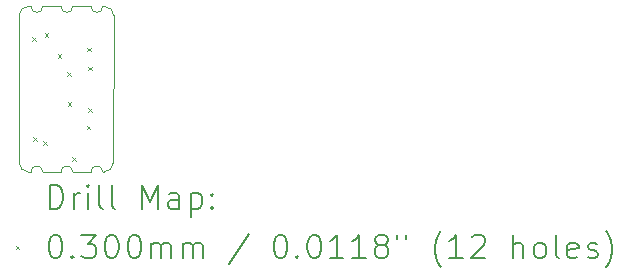
<source format=gbr>
%TF.GenerationSoftware,KiCad,Pcbnew,8.0.4*%
%TF.CreationDate,2025-05-10T11:43:12-04:00*%
%TF.ProjectId,usb_c_daughter,7573625f-635f-4646-9175-67687465722e,1*%
%TF.SameCoordinates,Original*%
%TF.FileFunction,Drillmap*%
%TF.FilePolarity,Positive*%
%FSLAX45Y45*%
G04 Gerber Fmt 4.5, Leading zero omitted, Abs format (unit mm)*
G04 Created by KiCad (PCBNEW 8.0.4) date 2025-05-10 11:43:12*
%MOMM*%
%LPD*%
G01*
G04 APERTURE LIST*
%ADD10C,0.010000*%
%ADD11C,0.200000*%
%ADD12C,0.100000*%
G04 APERTURE END LIST*
D10*
X0Y-225000D02*
G75*
G02*
X75000Y-150000I75000J0D01*
G01*
X724732Y-150000D02*
G75*
G02*
X799729Y-225268I-2J-75000D01*
G01*
X795267Y-1475268D02*
G75*
G02*
X720267Y-1549997I-74997J268D01*
G01*
X75000Y-1550000D02*
G75*
G02*
X0Y-1475000I0J75000D01*
G01*
X608000Y-1550000D02*
G75*
G02*
X708000Y-1550000I50000J0D01*
G01*
X354000Y-1550000D02*
G75*
G02*
X454000Y-1550000I50000J0D01*
G01*
X100000Y-1550000D02*
G75*
G02*
X200000Y-1550000I50000J0D01*
G01*
X708000Y-1550000D02*
X720267Y-1550000D01*
X454000Y-1550000D02*
X608000Y-1550000D01*
X708000Y-150000D02*
X724732Y-150000D01*
X454000Y-150000D02*
X608000Y-150000D01*
X200000Y-150000D02*
X354000Y-150000D01*
X708000Y-150000D02*
G75*
G02*
X608000Y-150000I-50000J0D01*
G01*
X454000Y-150000D02*
G75*
G02*
X354000Y-150000I-50000J0D01*
G01*
X100000Y-150000D02*
X75000Y-150000D01*
X200000Y-150000D02*
G75*
G02*
X100000Y-150000I-50000J0D01*
G01*
X799731Y-225268D02*
X795267Y-1475268D01*
X0Y-1475000D02*
X0Y-225000D01*
X354000Y-1550000D02*
X200000Y-1550000D01*
X100000Y-1550000D02*
X75000Y-1550000D01*
D11*
D12*
X111000Y-411000D02*
X141000Y-441000D01*
X141000Y-411000D02*
X111000Y-441000D01*
X119000Y-1255000D02*
X149000Y-1285000D01*
X149000Y-1255000D02*
X119000Y-1285000D01*
X203000Y-1290000D02*
X233000Y-1320000D01*
X233000Y-1290000D02*
X203000Y-1320000D01*
X217000Y-379000D02*
X247000Y-409000D01*
X247000Y-379000D02*
X217000Y-409000D01*
X325000Y-555000D02*
X355000Y-585000D01*
X355000Y-555000D02*
X325000Y-585000D01*
X409000Y-708000D02*
X439000Y-738000D01*
X439000Y-708000D02*
X409000Y-738000D01*
X410000Y-962000D02*
X440000Y-992000D01*
X440000Y-962000D02*
X410000Y-992000D01*
X450000Y-1425000D02*
X480000Y-1455000D01*
X480000Y-1425000D02*
X450000Y-1455000D01*
X572000Y-1160000D02*
X602000Y-1190000D01*
X602000Y-1160000D02*
X572000Y-1190000D01*
X577000Y-499000D02*
X607000Y-529000D01*
X607000Y-499000D02*
X577000Y-529000D01*
X585000Y-661000D02*
X615000Y-691000D01*
X615000Y-661000D02*
X585000Y-691000D01*
X586000Y-1011000D02*
X616000Y-1041000D01*
X616000Y-1011000D02*
X586000Y-1041000D01*
D11*
X260277Y-1861984D02*
X260277Y-1661984D01*
X260277Y-1661984D02*
X307896Y-1661984D01*
X307896Y-1661984D02*
X336467Y-1671508D01*
X336467Y-1671508D02*
X355515Y-1690555D01*
X355515Y-1690555D02*
X365039Y-1709603D01*
X365039Y-1709603D02*
X374562Y-1747698D01*
X374562Y-1747698D02*
X374562Y-1776269D01*
X374562Y-1776269D02*
X365039Y-1814365D01*
X365039Y-1814365D02*
X355515Y-1833412D01*
X355515Y-1833412D02*
X336467Y-1852460D01*
X336467Y-1852460D02*
X307896Y-1861984D01*
X307896Y-1861984D02*
X260277Y-1861984D01*
X460277Y-1861984D02*
X460277Y-1728650D01*
X460277Y-1766746D02*
X469801Y-1747698D01*
X469801Y-1747698D02*
X479324Y-1738174D01*
X479324Y-1738174D02*
X498372Y-1728650D01*
X498372Y-1728650D02*
X517420Y-1728650D01*
X584086Y-1861984D02*
X584086Y-1728650D01*
X584086Y-1661984D02*
X574563Y-1671508D01*
X574563Y-1671508D02*
X584086Y-1681031D01*
X584086Y-1681031D02*
X593610Y-1671508D01*
X593610Y-1671508D02*
X584086Y-1661984D01*
X584086Y-1661984D02*
X584086Y-1681031D01*
X707896Y-1861984D02*
X688848Y-1852460D01*
X688848Y-1852460D02*
X679324Y-1833412D01*
X679324Y-1833412D02*
X679324Y-1661984D01*
X812658Y-1861984D02*
X793610Y-1852460D01*
X793610Y-1852460D02*
X784086Y-1833412D01*
X784086Y-1833412D02*
X784086Y-1661984D01*
X1041229Y-1861984D02*
X1041229Y-1661984D01*
X1041229Y-1661984D02*
X1107896Y-1804841D01*
X1107896Y-1804841D02*
X1174563Y-1661984D01*
X1174563Y-1661984D02*
X1174563Y-1861984D01*
X1355515Y-1861984D02*
X1355515Y-1757222D01*
X1355515Y-1757222D02*
X1345991Y-1738174D01*
X1345991Y-1738174D02*
X1326944Y-1728650D01*
X1326944Y-1728650D02*
X1288848Y-1728650D01*
X1288848Y-1728650D02*
X1269801Y-1738174D01*
X1355515Y-1852460D02*
X1336467Y-1861984D01*
X1336467Y-1861984D02*
X1288848Y-1861984D01*
X1288848Y-1861984D02*
X1269801Y-1852460D01*
X1269801Y-1852460D02*
X1260277Y-1833412D01*
X1260277Y-1833412D02*
X1260277Y-1814365D01*
X1260277Y-1814365D02*
X1269801Y-1795317D01*
X1269801Y-1795317D02*
X1288848Y-1785793D01*
X1288848Y-1785793D02*
X1336467Y-1785793D01*
X1336467Y-1785793D02*
X1355515Y-1776269D01*
X1450753Y-1728650D02*
X1450753Y-1928650D01*
X1450753Y-1738174D02*
X1469801Y-1728650D01*
X1469801Y-1728650D02*
X1507896Y-1728650D01*
X1507896Y-1728650D02*
X1526943Y-1738174D01*
X1526943Y-1738174D02*
X1536467Y-1747698D01*
X1536467Y-1747698D02*
X1545991Y-1766746D01*
X1545991Y-1766746D02*
X1545991Y-1823888D01*
X1545991Y-1823888D02*
X1536467Y-1842936D01*
X1536467Y-1842936D02*
X1526943Y-1852460D01*
X1526943Y-1852460D02*
X1507896Y-1861984D01*
X1507896Y-1861984D02*
X1469801Y-1861984D01*
X1469801Y-1861984D02*
X1450753Y-1852460D01*
X1631705Y-1842936D02*
X1641229Y-1852460D01*
X1641229Y-1852460D02*
X1631705Y-1861984D01*
X1631705Y-1861984D02*
X1622182Y-1852460D01*
X1622182Y-1852460D02*
X1631705Y-1842936D01*
X1631705Y-1842936D02*
X1631705Y-1861984D01*
X1631705Y-1738174D02*
X1641229Y-1747698D01*
X1641229Y-1747698D02*
X1631705Y-1757222D01*
X1631705Y-1757222D02*
X1622182Y-1747698D01*
X1622182Y-1747698D02*
X1631705Y-1738174D01*
X1631705Y-1738174D02*
X1631705Y-1757222D01*
D12*
X-30500Y-2175500D02*
X-500Y-2205500D01*
X-500Y-2175500D02*
X-30500Y-2205500D01*
D11*
X298372Y-2081984D02*
X317420Y-2081984D01*
X317420Y-2081984D02*
X336467Y-2091508D01*
X336467Y-2091508D02*
X345991Y-2101031D01*
X345991Y-2101031D02*
X355515Y-2120079D01*
X355515Y-2120079D02*
X365039Y-2158174D01*
X365039Y-2158174D02*
X365039Y-2205793D01*
X365039Y-2205793D02*
X355515Y-2243889D01*
X355515Y-2243889D02*
X345991Y-2262936D01*
X345991Y-2262936D02*
X336467Y-2272460D01*
X336467Y-2272460D02*
X317420Y-2281984D01*
X317420Y-2281984D02*
X298372Y-2281984D01*
X298372Y-2281984D02*
X279324Y-2272460D01*
X279324Y-2272460D02*
X269801Y-2262936D01*
X269801Y-2262936D02*
X260277Y-2243889D01*
X260277Y-2243889D02*
X250753Y-2205793D01*
X250753Y-2205793D02*
X250753Y-2158174D01*
X250753Y-2158174D02*
X260277Y-2120079D01*
X260277Y-2120079D02*
X269801Y-2101031D01*
X269801Y-2101031D02*
X279324Y-2091508D01*
X279324Y-2091508D02*
X298372Y-2081984D01*
X450753Y-2262936D02*
X460277Y-2272460D01*
X460277Y-2272460D02*
X450753Y-2281984D01*
X450753Y-2281984D02*
X441229Y-2272460D01*
X441229Y-2272460D02*
X450753Y-2262936D01*
X450753Y-2262936D02*
X450753Y-2281984D01*
X526944Y-2081984D02*
X650753Y-2081984D01*
X650753Y-2081984D02*
X584086Y-2158174D01*
X584086Y-2158174D02*
X612658Y-2158174D01*
X612658Y-2158174D02*
X631705Y-2167698D01*
X631705Y-2167698D02*
X641229Y-2177222D01*
X641229Y-2177222D02*
X650753Y-2196270D01*
X650753Y-2196270D02*
X650753Y-2243889D01*
X650753Y-2243889D02*
X641229Y-2262936D01*
X641229Y-2262936D02*
X631705Y-2272460D01*
X631705Y-2272460D02*
X612658Y-2281984D01*
X612658Y-2281984D02*
X555515Y-2281984D01*
X555515Y-2281984D02*
X536467Y-2272460D01*
X536467Y-2272460D02*
X526944Y-2262936D01*
X774562Y-2081984D02*
X793610Y-2081984D01*
X793610Y-2081984D02*
X812658Y-2091508D01*
X812658Y-2091508D02*
X822182Y-2101031D01*
X822182Y-2101031D02*
X831705Y-2120079D01*
X831705Y-2120079D02*
X841229Y-2158174D01*
X841229Y-2158174D02*
X841229Y-2205793D01*
X841229Y-2205793D02*
X831705Y-2243889D01*
X831705Y-2243889D02*
X822182Y-2262936D01*
X822182Y-2262936D02*
X812658Y-2272460D01*
X812658Y-2272460D02*
X793610Y-2281984D01*
X793610Y-2281984D02*
X774562Y-2281984D01*
X774562Y-2281984D02*
X755515Y-2272460D01*
X755515Y-2272460D02*
X745991Y-2262936D01*
X745991Y-2262936D02*
X736467Y-2243889D01*
X736467Y-2243889D02*
X726943Y-2205793D01*
X726943Y-2205793D02*
X726943Y-2158174D01*
X726943Y-2158174D02*
X736467Y-2120079D01*
X736467Y-2120079D02*
X745991Y-2101031D01*
X745991Y-2101031D02*
X755515Y-2091508D01*
X755515Y-2091508D02*
X774562Y-2081984D01*
X965039Y-2081984D02*
X984086Y-2081984D01*
X984086Y-2081984D02*
X1003134Y-2091508D01*
X1003134Y-2091508D02*
X1012658Y-2101031D01*
X1012658Y-2101031D02*
X1022182Y-2120079D01*
X1022182Y-2120079D02*
X1031705Y-2158174D01*
X1031705Y-2158174D02*
X1031705Y-2205793D01*
X1031705Y-2205793D02*
X1022182Y-2243889D01*
X1022182Y-2243889D02*
X1012658Y-2262936D01*
X1012658Y-2262936D02*
X1003134Y-2272460D01*
X1003134Y-2272460D02*
X984086Y-2281984D01*
X984086Y-2281984D02*
X965039Y-2281984D01*
X965039Y-2281984D02*
X945991Y-2272460D01*
X945991Y-2272460D02*
X936467Y-2262936D01*
X936467Y-2262936D02*
X926943Y-2243889D01*
X926943Y-2243889D02*
X917420Y-2205793D01*
X917420Y-2205793D02*
X917420Y-2158174D01*
X917420Y-2158174D02*
X926943Y-2120079D01*
X926943Y-2120079D02*
X936467Y-2101031D01*
X936467Y-2101031D02*
X945991Y-2091508D01*
X945991Y-2091508D02*
X965039Y-2081984D01*
X1117420Y-2281984D02*
X1117420Y-2148650D01*
X1117420Y-2167698D02*
X1126944Y-2158174D01*
X1126944Y-2158174D02*
X1145991Y-2148650D01*
X1145991Y-2148650D02*
X1174563Y-2148650D01*
X1174563Y-2148650D02*
X1193610Y-2158174D01*
X1193610Y-2158174D02*
X1203134Y-2177222D01*
X1203134Y-2177222D02*
X1203134Y-2281984D01*
X1203134Y-2177222D02*
X1212658Y-2158174D01*
X1212658Y-2158174D02*
X1231705Y-2148650D01*
X1231705Y-2148650D02*
X1260277Y-2148650D01*
X1260277Y-2148650D02*
X1279325Y-2158174D01*
X1279325Y-2158174D02*
X1288848Y-2177222D01*
X1288848Y-2177222D02*
X1288848Y-2281984D01*
X1384086Y-2281984D02*
X1384086Y-2148650D01*
X1384086Y-2167698D02*
X1393610Y-2158174D01*
X1393610Y-2158174D02*
X1412658Y-2148650D01*
X1412658Y-2148650D02*
X1441229Y-2148650D01*
X1441229Y-2148650D02*
X1460277Y-2158174D01*
X1460277Y-2158174D02*
X1469801Y-2177222D01*
X1469801Y-2177222D02*
X1469801Y-2281984D01*
X1469801Y-2177222D02*
X1479324Y-2158174D01*
X1479324Y-2158174D02*
X1498372Y-2148650D01*
X1498372Y-2148650D02*
X1526943Y-2148650D01*
X1526943Y-2148650D02*
X1545991Y-2158174D01*
X1545991Y-2158174D02*
X1555515Y-2177222D01*
X1555515Y-2177222D02*
X1555515Y-2281984D01*
X1945991Y-2072460D02*
X1774563Y-2329603D01*
X2203134Y-2081984D02*
X2222182Y-2081984D01*
X2222182Y-2081984D02*
X2241229Y-2091508D01*
X2241229Y-2091508D02*
X2250753Y-2101031D01*
X2250753Y-2101031D02*
X2260277Y-2120079D01*
X2260277Y-2120079D02*
X2269801Y-2158174D01*
X2269801Y-2158174D02*
X2269801Y-2205793D01*
X2269801Y-2205793D02*
X2260277Y-2243889D01*
X2260277Y-2243889D02*
X2250753Y-2262936D01*
X2250753Y-2262936D02*
X2241229Y-2272460D01*
X2241229Y-2272460D02*
X2222182Y-2281984D01*
X2222182Y-2281984D02*
X2203134Y-2281984D01*
X2203134Y-2281984D02*
X2184087Y-2272460D01*
X2184087Y-2272460D02*
X2174563Y-2262936D01*
X2174563Y-2262936D02*
X2165039Y-2243889D01*
X2165039Y-2243889D02*
X2155515Y-2205793D01*
X2155515Y-2205793D02*
X2155515Y-2158174D01*
X2155515Y-2158174D02*
X2165039Y-2120079D01*
X2165039Y-2120079D02*
X2174563Y-2101031D01*
X2174563Y-2101031D02*
X2184087Y-2091508D01*
X2184087Y-2091508D02*
X2203134Y-2081984D01*
X2355515Y-2262936D02*
X2365039Y-2272460D01*
X2365039Y-2272460D02*
X2355515Y-2281984D01*
X2355515Y-2281984D02*
X2345991Y-2272460D01*
X2345991Y-2272460D02*
X2355515Y-2262936D01*
X2355515Y-2262936D02*
X2355515Y-2281984D01*
X2488848Y-2081984D02*
X2507896Y-2081984D01*
X2507896Y-2081984D02*
X2526944Y-2091508D01*
X2526944Y-2091508D02*
X2536468Y-2101031D01*
X2536468Y-2101031D02*
X2545991Y-2120079D01*
X2545991Y-2120079D02*
X2555515Y-2158174D01*
X2555515Y-2158174D02*
X2555515Y-2205793D01*
X2555515Y-2205793D02*
X2545991Y-2243889D01*
X2545991Y-2243889D02*
X2536468Y-2262936D01*
X2536468Y-2262936D02*
X2526944Y-2272460D01*
X2526944Y-2272460D02*
X2507896Y-2281984D01*
X2507896Y-2281984D02*
X2488848Y-2281984D01*
X2488848Y-2281984D02*
X2469801Y-2272460D01*
X2469801Y-2272460D02*
X2460277Y-2262936D01*
X2460277Y-2262936D02*
X2450753Y-2243889D01*
X2450753Y-2243889D02*
X2441229Y-2205793D01*
X2441229Y-2205793D02*
X2441229Y-2158174D01*
X2441229Y-2158174D02*
X2450753Y-2120079D01*
X2450753Y-2120079D02*
X2460277Y-2101031D01*
X2460277Y-2101031D02*
X2469801Y-2091508D01*
X2469801Y-2091508D02*
X2488848Y-2081984D01*
X2745991Y-2281984D02*
X2631706Y-2281984D01*
X2688848Y-2281984D02*
X2688848Y-2081984D01*
X2688848Y-2081984D02*
X2669801Y-2110555D01*
X2669801Y-2110555D02*
X2650753Y-2129603D01*
X2650753Y-2129603D02*
X2631706Y-2139127D01*
X2936467Y-2281984D02*
X2822182Y-2281984D01*
X2879325Y-2281984D02*
X2879325Y-2081984D01*
X2879325Y-2081984D02*
X2860277Y-2110555D01*
X2860277Y-2110555D02*
X2841229Y-2129603D01*
X2841229Y-2129603D02*
X2822182Y-2139127D01*
X3050753Y-2167698D02*
X3031706Y-2158174D01*
X3031706Y-2158174D02*
X3022182Y-2148650D01*
X3022182Y-2148650D02*
X3012658Y-2129603D01*
X3012658Y-2129603D02*
X3012658Y-2120079D01*
X3012658Y-2120079D02*
X3022182Y-2101031D01*
X3022182Y-2101031D02*
X3031706Y-2091508D01*
X3031706Y-2091508D02*
X3050753Y-2081984D01*
X3050753Y-2081984D02*
X3088848Y-2081984D01*
X3088848Y-2081984D02*
X3107896Y-2091508D01*
X3107896Y-2091508D02*
X3117420Y-2101031D01*
X3117420Y-2101031D02*
X3126944Y-2120079D01*
X3126944Y-2120079D02*
X3126944Y-2129603D01*
X3126944Y-2129603D02*
X3117420Y-2148650D01*
X3117420Y-2148650D02*
X3107896Y-2158174D01*
X3107896Y-2158174D02*
X3088848Y-2167698D01*
X3088848Y-2167698D02*
X3050753Y-2167698D01*
X3050753Y-2167698D02*
X3031706Y-2177222D01*
X3031706Y-2177222D02*
X3022182Y-2186746D01*
X3022182Y-2186746D02*
X3012658Y-2205793D01*
X3012658Y-2205793D02*
X3012658Y-2243889D01*
X3012658Y-2243889D02*
X3022182Y-2262936D01*
X3022182Y-2262936D02*
X3031706Y-2272460D01*
X3031706Y-2272460D02*
X3050753Y-2281984D01*
X3050753Y-2281984D02*
X3088848Y-2281984D01*
X3088848Y-2281984D02*
X3107896Y-2272460D01*
X3107896Y-2272460D02*
X3117420Y-2262936D01*
X3117420Y-2262936D02*
X3126944Y-2243889D01*
X3126944Y-2243889D02*
X3126944Y-2205793D01*
X3126944Y-2205793D02*
X3117420Y-2186746D01*
X3117420Y-2186746D02*
X3107896Y-2177222D01*
X3107896Y-2177222D02*
X3088848Y-2167698D01*
X3203134Y-2081984D02*
X3203134Y-2120079D01*
X3279325Y-2081984D02*
X3279325Y-2120079D01*
X3574563Y-2358174D02*
X3565039Y-2348650D01*
X3565039Y-2348650D02*
X3545991Y-2320079D01*
X3545991Y-2320079D02*
X3536468Y-2301031D01*
X3536468Y-2301031D02*
X3526944Y-2272460D01*
X3526944Y-2272460D02*
X3517420Y-2224841D01*
X3517420Y-2224841D02*
X3517420Y-2186746D01*
X3517420Y-2186746D02*
X3526944Y-2139127D01*
X3526944Y-2139127D02*
X3536468Y-2110555D01*
X3536468Y-2110555D02*
X3545991Y-2091508D01*
X3545991Y-2091508D02*
X3565039Y-2062936D01*
X3565039Y-2062936D02*
X3574563Y-2053412D01*
X3755515Y-2281984D02*
X3641229Y-2281984D01*
X3698372Y-2281984D02*
X3698372Y-2081984D01*
X3698372Y-2081984D02*
X3679325Y-2110555D01*
X3679325Y-2110555D02*
X3660277Y-2129603D01*
X3660277Y-2129603D02*
X3641229Y-2139127D01*
X3831706Y-2101031D02*
X3841229Y-2091508D01*
X3841229Y-2091508D02*
X3860277Y-2081984D01*
X3860277Y-2081984D02*
X3907896Y-2081984D01*
X3907896Y-2081984D02*
X3926944Y-2091508D01*
X3926944Y-2091508D02*
X3936468Y-2101031D01*
X3936468Y-2101031D02*
X3945991Y-2120079D01*
X3945991Y-2120079D02*
X3945991Y-2139127D01*
X3945991Y-2139127D02*
X3936468Y-2167698D01*
X3936468Y-2167698D02*
X3822182Y-2281984D01*
X3822182Y-2281984D02*
X3945991Y-2281984D01*
X4184087Y-2281984D02*
X4184087Y-2081984D01*
X4269801Y-2281984D02*
X4269801Y-2177222D01*
X4269801Y-2177222D02*
X4260277Y-2158174D01*
X4260277Y-2158174D02*
X4241230Y-2148650D01*
X4241230Y-2148650D02*
X4212658Y-2148650D01*
X4212658Y-2148650D02*
X4193610Y-2158174D01*
X4193610Y-2158174D02*
X4184087Y-2167698D01*
X4393611Y-2281984D02*
X4374563Y-2272460D01*
X4374563Y-2272460D02*
X4365039Y-2262936D01*
X4365039Y-2262936D02*
X4355515Y-2243889D01*
X4355515Y-2243889D02*
X4355515Y-2186746D01*
X4355515Y-2186746D02*
X4365039Y-2167698D01*
X4365039Y-2167698D02*
X4374563Y-2158174D01*
X4374563Y-2158174D02*
X4393611Y-2148650D01*
X4393611Y-2148650D02*
X4422182Y-2148650D01*
X4422182Y-2148650D02*
X4441230Y-2158174D01*
X4441230Y-2158174D02*
X4450753Y-2167698D01*
X4450753Y-2167698D02*
X4460277Y-2186746D01*
X4460277Y-2186746D02*
X4460277Y-2243889D01*
X4460277Y-2243889D02*
X4450753Y-2262936D01*
X4450753Y-2262936D02*
X4441230Y-2272460D01*
X4441230Y-2272460D02*
X4422182Y-2281984D01*
X4422182Y-2281984D02*
X4393611Y-2281984D01*
X4574563Y-2281984D02*
X4555515Y-2272460D01*
X4555515Y-2272460D02*
X4545992Y-2253412D01*
X4545992Y-2253412D02*
X4545992Y-2081984D01*
X4726944Y-2272460D02*
X4707896Y-2281984D01*
X4707896Y-2281984D02*
X4669801Y-2281984D01*
X4669801Y-2281984D02*
X4650753Y-2272460D01*
X4650753Y-2272460D02*
X4641230Y-2253412D01*
X4641230Y-2253412D02*
X4641230Y-2177222D01*
X4641230Y-2177222D02*
X4650753Y-2158174D01*
X4650753Y-2158174D02*
X4669801Y-2148650D01*
X4669801Y-2148650D02*
X4707896Y-2148650D01*
X4707896Y-2148650D02*
X4726944Y-2158174D01*
X4726944Y-2158174D02*
X4736468Y-2177222D01*
X4736468Y-2177222D02*
X4736468Y-2196270D01*
X4736468Y-2196270D02*
X4641230Y-2215317D01*
X4812658Y-2272460D02*
X4831706Y-2281984D01*
X4831706Y-2281984D02*
X4869801Y-2281984D01*
X4869801Y-2281984D02*
X4888849Y-2272460D01*
X4888849Y-2272460D02*
X4898373Y-2253412D01*
X4898373Y-2253412D02*
X4898373Y-2243889D01*
X4898373Y-2243889D02*
X4888849Y-2224841D01*
X4888849Y-2224841D02*
X4869801Y-2215317D01*
X4869801Y-2215317D02*
X4841230Y-2215317D01*
X4841230Y-2215317D02*
X4822182Y-2205793D01*
X4822182Y-2205793D02*
X4812658Y-2186746D01*
X4812658Y-2186746D02*
X4812658Y-2177222D01*
X4812658Y-2177222D02*
X4822182Y-2158174D01*
X4822182Y-2158174D02*
X4841230Y-2148650D01*
X4841230Y-2148650D02*
X4869801Y-2148650D01*
X4869801Y-2148650D02*
X4888849Y-2158174D01*
X4965039Y-2358174D02*
X4974563Y-2348650D01*
X4974563Y-2348650D02*
X4993611Y-2320079D01*
X4993611Y-2320079D02*
X5003134Y-2301031D01*
X5003134Y-2301031D02*
X5012658Y-2272460D01*
X5012658Y-2272460D02*
X5022182Y-2224841D01*
X5022182Y-2224841D02*
X5022182Y-2186746D01*
X5022182Y-2186746D02*
X5012658Y-2139127D01*
X5012658Y-2139127D02*
X5003134Y-2110555D01*
X5003134Y-2110555D02*
X4993611Y-2091508D01*
X4993611Y-2091508D02*
X4974563Y-2062936D01*
X4974563Y-2062936D02*
X4965039Y-2053412D01*
M02*

</source>
